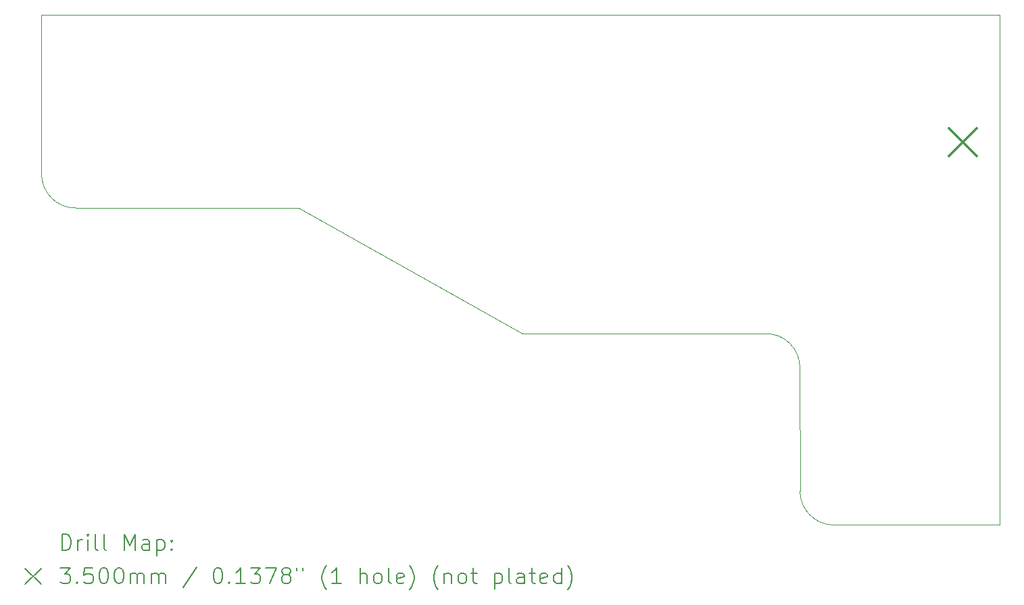
<source format=gbr>
%TF.GenerationSoftware,KiCad,Pcbnew,7.0.5*%
%TF.CreationDate,2023-07-07T19:02:23+02:00*%
%TF.ProjectId,Processor_Board,50726f63-6573-4736-9f72-5f426f617264,rev?*%
%TF.SameCoordinates,Original*%
%TF.FileFunction,Drillmap*%
%TF.FilePolarity,Positive*%
%FSLAX45Y45*%
G04 Gerber Fmt 4.5, Leading zero omitted, Abs format (unit mm)*
G04 Created by KiCad (PCBNEW 7.0.5) date 2023-07-07 19:02:23*
%MOMM*%
%LPD*%
G01*
G04 APERTURE LIST*
%ADD10C,0.100000*%
%ADD11C,0.200000*%
%ADD12C,0.350000*%
G04 APERTURE END LIST*
D10*
X4000000Y-15000000D02*
G75*
G03*
X4425000Y-15425000I425000J0D01*
G01*
X13499480Y-17425520D02*
G75*
G03*
X13074480Y-17000520I-425000J0D01*
G01*
X13500000Y-18975000D02*
G75*
G03*
X13925000Y-19400000I425000J0D01*
G01*
X4000000Y-13003800D02*
X4000000Y-15000000D01*
X16000000Y-13003800D02*
X4000000Y-13003800D01*
X16000000Y-19400000D02*
X16000000Y-13003800D01*
X13925000Y-19400000D02*
X16000000Y-19400000D01*
X13499480Y-17425520D02*
X13500000Y-18975000D01*
X10025000Y-17000000D02*
X13074480Y-17000520D01*
X7225000Y-15425000D02*
X10025000Y-17000000D01*
X4425000Y-15425000D02*
X7225000Y-15425000D01*
D11*
D12*
X15368000Y-14425000D02*
X15718000Y-14775000D01*
X15718000Y-14425000D02*
X15368000Y-14775000D01*
D11*
X4255777Y-19716484D02*
X4255777Y-19516484D01*
X4255777Y-19516484D02*
X4303396Y-19516484D01*
X4303396Y-19516484D02*
X4331967Y-19526008D01*
X4331967Y-19526008D02*
X4351015Y-19545055D01*
X4351015Y-19545055D02*
X4360539Y-19564103D01*
X4360539Y-19564103D02*
X4370063Y-19602198D01*
X4370063Y-19602198D02*
X4370063Y-19630770D01*
X4370063Y-19630770D02*
X4360539Y-19668865D01*
X4360539Y-19668865D02*
X4351015Y-19687912D01*
X4351015Y-19687912D02*
X4331967Y-19706960D01*
X4331967Y-19706960D02*
X4303396Y-19716484D01*
X4303396Y-19716484D02*
X4255777Y-19716484D01*
X4455777Y-19716484D02*
X4455777Y-19583150D01*
X4455777Y-19621246D02*
X4465301Y-19602198D01*
X4465301Y-19602198D02*
X4474824Y-19592674D01*
X4474824Y-19592674D02*
X4493872Y-19583150D01*
X4493872Y-19583150D02*
X4512920Y-19583150D01*
X4579586Y-19716484D02*
X4579586Y-19583150D01*
X4579586Y-19516484D02*
X4570063Y-19526008D01*
X4570063Y-19526008D02*
X4579586Y-19535531D01*
X4579586Y-19535531D02*
X4589110Y-19526008D01*
X4589110Y-19526008D02*
X4579586Y-19516484D01*
X4579586Y-19516484D02*
X4579586Y-19535531D01*
X4703396Y-19716484D02*
X4684348Y-19706960D01*
X4684348Y-19706960D02*
X4674824Y-19687912D01*
X4674824Y-19687912D02*
X4674824Y-19516484D01*
X4808158Y-19716484D02*
X4789110Y-19706960D01*
X4789110Y-19706960D02*
X4779586Y-19687912D01*
X4779586Y-19687912D02*
X4779586Y-19516484D01*
X5036729Y-19716484D02*
X5036729Y-19516484D01*
X5036729Y-19516484D02*
X5103396Y-19659341D01*
X5103396Y-19659341D02*
X5170063Y-19516484D01*
X5170063Y-19516484D02*
X5170063Y-19716484D01*
X5351015Y-19716484D02*
X5351015Y-19611722D01*
X5351015Y-19611722D02*
X5341491Y-19592674D01*
X5341491Y-19592674D02*
X5322444Y-19583150D01*
X5322444Y-19583150D02*
X5284348Y-19583150D01*
X5284348Y-19583150D02*
X5265301Y-19592674D01*
X5351015Y-19706960D02*
X5331967Y-19716484D01*
X5331967Y-19716484D02*
X5284348Y-19716484D01*
X5284348Y-19716484D02*
X5265301Y-19706960D01*
X5265301Y-19706960D02*
X5255777Y-19687912D01*
X5255777Y-19687912D02*
X5255777Y-19668865D01*
X5255777Y-19668865D02*
X5265301Y-19649817D01*
X5265301Y-19649817D02*
X5284348Y-19640293D01*
X5284348Y-19640293D02*
X5331967Y-19640293D01*
X5331967Y-19640293D02*
X5351015Y-19630770D01*
X5446253Y-19583150D02*
X5446253Y-19783150D01*
X5446253Y-19592674D02*
X5465301Y-19583150D01*
X5465301Y-19583150D02*
X5503396Y-19583150D01*
X5503396Y-19583150D02*
X5522444Y-19592674D01*
X5522444Y-19592674D02*
X5531967Y-19602198D01*
X5531967Y-19602198D02*
X5541491Y-19621246D01*
X5541491Y-19621246D02*
X5541491Y-19678389D01*
X5541491Y-19678389D02*
X5531967Y-19697436D01*
X5531967Y-19697436D02*
X5522444Y-19706960D01*
X5522444Y-19706960D02*
X5503396Y-19716484D01*
X5503396Y-19716484D02*
X5465301Y-19716484D01*
X5465301Y-19716484D02*
X5446253Y-19706960D01*
X5627205Y-19697436D02*
X5636729Y-19706960D01*
X5636729Y-19706960D02*
X5627205Y-19716484D01*
X5627205Y-19716484D02*
X5617682Y-19706960D01*
X5617682Y-19706960D02*
X5627205Y-19697436D01*
X5627205Y-19697436D02*
X5627205Y-19716484D01*
X5627205Y-19592674D02*
X5636729Y-19602198D01*
X5636729Y-19602198D02*
X5627205Y-19611722D01*
X5627205Y-19611722D02*
X5617682Y-19602198D01*
X5617682Y-19602198D02*
X5627205Y-19592674D01*
X5627205Y-19592674D02*
X5627205Y-19611722D01*
X3795000Y-19945000D02*
X3995000Y-20145000D01*
X3995000Y-19945000D02*
X3795000Y-20145000D01*
X4236729Y-19936484D02*
X4360539Y-19936484D01*
X4360539Y-19936484D02*
X4293872Y-20012674D01*
X4293872Y-20012674D02*
X4322444Y-20012674D01*
X4322444Y-20012674D02*
X4341491Y-20022198D01*
X4341491Y-20022198D02*
X4351015Y-20031722D01*
X4351015Y-20031722D02*
X4360539Y-20050770D01*
X4360539Y-20050770D02*
X4360539Y-20098389D01*
X4360539Y-20098389D02*
X4351015Y-20117436D01*
X4351015Y-20117436D02*
X4341491Y-20126960D01*
X4341491Y-20126960D02*
X4322444Y-20136484D01*
X4322444Y-20136484D02*
X4265301Y-20136484D01*
X4265301Y-20136484D02*
X4246253Y-20126960D01*
X4246253Y-20126960D02*
X4236729Y-20117436D01*
X4446253Y-20117436D02*
X4455777Y-20126960D01*
X4455777Y-20126960D02*
X4446253Y-20136484D01*
X4446253Y-20136484D02*
X4436729Y-20126960D01*
X4436729Y-20126960D02*
X4446253Y-20117436D01*
X4446253Y-20117436D02*
X4446253Y-20136484D01*
X4636729Y-19936484D02*
X4541491Y-19936484D01*
X4541491Y-19936484D02*
X4531967Y-20031722D01*
X4531967Y-20031722D02*
X4541491Y-20022198D01*
X4541491Y-20022198D02*
X4560539Y-20012674D01*
X4560539Y-20012674D02*
X4608158Y-20012674D01*
X4608158Y-20012674D02*
X4627205Y-20022198D01*
X4627205Y-20022198D02*
X4636729Y-20031722D01*
X4636729Y-20031722D02*
X4646253Y-20050770D01*
X4646253Y-20050770D02*
X4646253Y-20098389D01*
X4646253Y-20098389D02*
X4636729Y-20117436D01*
X4636729Y-20117436D02*
X4627205Y-20126960D01*
X4627205Y-20126960D02*
X4608158Y-20136484D01*
X4608158Y-20136484D02*
X4560539Y-20136484D01*
X4560539Y-20136484D02*
X4541491Y-20126960D01*
X4541491Y-20126960D02*
X4531967Y-20117436D01*
X4770063Y-19936484D02*
X4789110Y-19936484D01*
X4789110Y-19936484D02*
X4808158Y-19946008D01*
X4808158Y-19946008D02*
X4817682Y-19955531D01*
X4817682Y-19955531D02*
X4827205Y-19974579D01*
X4827205Y-19974579D02*
X4836729Y-20012674D01*
X4836729Y-20012674D02*
X4836729Y-20060293D01*
X4836729Y-20060293D02*
X4827205Y-20098389D01*
X4827205Y-20098389D02*
X4817682Y-20117436D01*
X4817682Y-20117436D02*
X4808158Y-20126960D01*
X4808158Y-20126960D02*
X4789110Y-20136484D01*
X4789110Y-20136484D02*
X4770063Y-20136484D01*
X4770063Y-20136484D02*
X4751015Y-20126960D01*
X4751015Y-20126960D02*
X4741491Y-20117436D01*
X4741491Y-20117436D02*
X4731967Y-20098389D01*
X4731967Y-20098389D02*
X4722444Y-20060293D01*
X4722444Y-20060293D02*
X4722444Y-20012674D01*
X4722444Y-20012674D02*
X4731967Y-19974579D01*
X4731967Y-19974579D02*
X4741491Y-19955531D01*
X4741491Y-19955531D02*
X4751015Y-19946008D01*
X4751015Y-19946008D02*
X4770063Y-19936484D01*
X4960539Y-19936484D02*
X4979586Y-19936484D01*
X4979586Y-19936484D02*
X4998634Y-19946008D01*
X4998634Y-19946008D02*
X5008158Y-19955531D01*
X5008158Y-19955531D02*
X5017682Y-19974579D01*
X5017682Y-19974579D02*
X5027205Y-20012674D01*
X5027205Y-20012674D02*
X5027205Y-20060293D01*
X5027205Y-20060293D02*
X5017682Y-20098389D01*
X5017682Y-20098389D02*
X5008158Y-20117436D01*
X5008158Y-20117436D02*
X4998634Y-20126960D01*
X4998634Y-20126960D02*
X4979586Y-20136484D01*
X4979586Y-20136484D02*
X4960539Y-20136484D01*
X4960539Y-20136484D02*
X4941491Y-20126960D01*
X4941491Y-20126960D02*
X4931967Y-20117436D01*
X4931967Y-20117436D02*
X4922444Y-20098389D01*
X4922444Y-20098389D02*
X4912920Y-20060293D01*
X4912920Y-20060293D02*
X4912920Y-20012674D01*
X4912920Y-20012674D02*
X4922444Y-19974579D01*
X4922444Y-19974579D02*
X4931967Y-19955531D01*
X4931967Y-19955531D02*
X4941491Y-19946008D01*
X4941491Y-19946008D02*
X4960539Y-19936484D01*
X5112920Y-20136484D02*
X5112920Y-20003150D01*
X5112920Y-20022198D02*
X5122444Y-20012674D01*
X5122444Y-20012674D02*
X5141491Y-20003150D01*
X5141491Y-20003150D02*
X5170063Y-20003150D01*
X5170063Y-20003150D02*
X5189110Y-20012674D01*
X5189110Y-20012674D02*
X5198634Y-20031722D01*
X5198634Y-20031722D02*
X5198634Y-20136484D01*
X5198634Y-20031722D02*
X5208158Y-20012674D01*
X5208158Y-20012674D02*
X5227205Y-20003150D01*
X5227205Y-20003150D02*
X5255777Y-20003150D01*
X5255777Y-20003150D02*
X5274825Y-20012674D01*
X5274825Y-20012674D02*
X5284348Y-20031722D01*
X5284348Y-20031722D02*
X5284348Y-20136484D01*
X5379586Y-20136484D02*
X5379586Y-20003150D01*
X5379586Y-20022198D02*
X5389110Y-20012674D01*
X5389110Y-20012674D02*
X5408158Y-20003150D01*
X5408158Y-20003150D02*
X5436729Y-20003150D01*
X5436729Y-20003150D02*
X5455777Y-20012674D01*
X5455777Y-20012674D02*
X5465301Y-20031722D01*
X5465301Y-20031722D02*
X5465301Y-20136484D01*
X5465301Y-20031722D02*
X5474825Y-20012674D01*
X5474825Y-20012674D02*
X5493872Y-20003150D01*
X5493872Y-20003150D02*
X5522444Y-20003150D01*
X5522444Y-20003150D02*
X5541491Y-20012674D01*
X5541491Y-20012674D02*
X5551015Y-20031722D01*
X5551015Y-20031722D02*
X5551015Y-20136484D01*
X5941491Y-19926960D02*
X5770063Y-20184103D01*
X6198634Y-19936484D02*
X6217682Y-19936484D01*
X6217682Y-19936484D02*
X6236729Y-19946008D01*
X6236729Y-19946008D02*
X6246253Y-19955531D01*
X6246253Y-19955531D02*
X6255777Y-19974579D01*
X6255777Y-19974579D02*
X6265301Y-20012674D01*
X6265301Y-20012674D02*
X6265301Y-20060293D01*
X6265301Y-20060293D02*
X6255777Y-20098389D01*
X6255777Y-20098389D02*
X6246253Y-20117436D01*
X6246253Y-20117436D02*
X6236729Y-20126960D01*
X6236729Y-20126960D02*
X6217682Y-20136484D01*
X6217682Y-20136484D02*
X6198634Y-20136484D01*
X6198634Y-20136484D02*
X6179586Y-20126960D01*
X6179586Y-20126960D02*
X6170063Y-20117436D01*
X6170063Y-20117436D02*
X6160539Y-20098389D01*
X6160539Y-20098389D02*
X6151015Y-20060293D01*
X6151015Y-20060293D02*
X6151015Y-20012674D01*
X6151015Y-20012674D02*
X6160539Y-19974579D01*
X6160539Y-19974579D02*
X6170063Y-19955531D01*
X6170063Y-19955531D02*
X6179586Y-19946008D01*
X6179586Y-19946008D02*
X6198634Y-19936484D01*
X6351015Y-20117436D02*
X6360539Y-20126960D01*
X6360539Y-20126960D02*
X6351015Y-20136484D01*
X6351015Y-20136484D02*
X6341491Y-20126960D01*
X6341491Y-20126960D02*
X6351015Y-20117436D01*
X6351015Y-20117436D02*
X6351015Y-20136484D01*
X6551015Y-20136484D02*
X6436729Y-20136484D01*
X6493872Y-20136484D02*
X6493872Y-19936484D01*
X6493872Y-19936484D02*
X6474825Y-19965055D01*
X6474825Y-19965055D02*
X6455777Y-19984103D01*
X6455777Y-19984103D02*
X6436729Y-19993627D01*
X6617682Y-19936484D02*
X6741491Y-19936484D01*
X6741491Y-19936484D02*
X6674825Y-20012674D01*
X6674825Y-20012674D02*
X6703396Y-20012674D01*
X6703396Y-20012674D02*
X6722444Y-20022198D01*
X6722444Y-20022198D02*
X6731967Y-20031722D01*
X6731967Y-20031722D02*
X6741491Y-20050770D01*
X6741491Y-20050770D02*
X6741491Y-20098389D01*
X6741491Y-20098389D02*
X6731967Y-20117436D01*
X6731967Y-20117436D02*
X6722444Y-20126960D01*
X6722444Y-20126960D02*
X6703396Y-20136484D01*
X6703396Y-20136484D02*
X6646253Y-20136484D01*
X6646253Y-20136484D02*
X6627206Y-20126960D01*
X6627206Y-20126960D02*
X6617682Y-20117436D01*
X6808158Y-19936484D02*
X6941491Y-19936484D01*
X6941491Y-19936484D02*
X6855777Y-20136484D01*
X7046253Y-20022198D02*
X7027206Y-20012674D01*
X7027206Y-20012674D02*
X7017682Y-20003150D01*
X7017682Y-20003150D02*
X7008158Y-19984103D01*
X7008158Y-19984103D02*
X7008158Y-19974579D01*
X7008158Y-19974579D02*
X7017682Y-19955531D01*
X7017682Y-19955531D02*
X7027206Y-19946008D01*
X7027206Y-19946008D02*
X7046253Y-19936484D01*
X7046253Y-19936484D02*
X7084348Y-19936484D01*
X7084348Y-19936484D02*
X7103396Y-19946008D01*
X7103396Y-19946008D02*
X7112920Y-19955531D01*
X7112920Y-19955531D02*
X7122444Y-19974579D01*
X7122444Y-19974579D02*
X7122444Y-19984103D01*
X7122444Y-19984103D02*
X7112920Y-20003150D01*
X7112920Y-20003150D02*
X7103396Y-20012674D01*
X7103396Y-20012674D02*
X7084348Y-20022198D01*
X7084348Y-20022198D02*
X7046253Y-20022198D01*
X7046253Y-20022198D02*
X7027206Y-20031722D01*
X7027206Y-20031722D02*
X7017682Y-20041246D01*
X7017682Y-20041246D02*
X7008158Y-20060293D01*
X7008158Y-20060293D02*
X7008158Y-20098389D01*
X7008158Y-20098389D02*
X7017682Y-20117436D01*
X7017682Y-20117436D02*
X7027206Y-20126960D01*
X7027206Y-20126960D02*
X7046253Y-20136484D01*
X7046253Y-20136484D02*
X7084348Y-20136484D01*
X7084348Y-20136484D02*
X7103396Y-20126960D01*
X7103396Y-20126960D02*
X7112920Y-20117436D01*
X7112920Y-20117436D02*
X7122444Y-20098389D01*
X7122444Y-20098389D02*
X7122444Y-20060293D01*
X7122444Y-20060293D02*
X7112920Y-20041246D01*
X7112920Y-20041246D02*
X7103396Y-20031722D01*
X7103396Y-20031722D02*
X7084348Y-20022198D01*
X7198634Y-19936484D02*
X7198634Y-19974579D01*
X7274825Y-19936484D02*
X7274825Y-19974579D01*
X7570063Y-20212674D02*
X7560539Y-20203150D01*
X7560539Y-20203150D02*
X7541491Y-20174579D01*
X7541491Y-20174579D02*
X7531968Y-20155531D01*
X7531968Y-20155531D02*
X7522444Y-20126960D01*
X7522444Y-20126960D02*
X7512920Y-20079341D01*
X7512920Y-20079341D02*
X7512920Y-20041246D01*
X7512920Y-20041246D02*
X7522444Y-19993627D01*
X7522444Y-19993627D02*
X7531968Y-19965055D01*
X7531968Y-19965055D02*
X7541491Y-19946008D01*
X7541491Y-19946008D02*
X7560539Y-19917436D01*
X7560539Y-19917436D02*
X7570063Y-19907912D01*
X7751015Y-20136484D02*
X7636729Y-20136484D01*
X7693872Y-20136484D02*
X7693872Y-19936484D01*
X7693872Y-19936484D02*
X7674825Y-19965055D01*
X7674825Y-19965055D02*
X7655777Y-19984103D01*
X7655777Y-19984103D02*
X7636729Y-19993627D01*
X7989110Y-20136484D02*
X7989110Y-19936484D01*
X8074825Y-20136484D02*
X8074825Y-20031722D01*
X8074825Y-20031722D02*
X8065301Y-20012674D01*
X8065301Y-20012674D02*
X8046253Y-20003150D01*
X8046253Y-20003150D02*
X8017682Y-20003150D01*
X8017682Y-20003150D02*
X7998634Y-20012674D01*
X7998634Y-20012674D02*
X7989110Y-20022198D01*
X8198634Y-20136484D02*
X8179587Y-20126960D01*
X8179587Y-20126960D02*
X8170063Y-20117436D01*
X8170063Y-20117436D02*
X8160539Y-20098389D01*
X8160539Y-20098389D02*
X8160539Y-20041246D01*
X8160539Y-20041246D02*
X8170063Y-20022198D01*
X8170063Y-20022198D02*
X8179587Y-20012674D01*
X8179587Y-20012674D02*
X8198634Y-20003150D01*
X8198634Y-20003150D02*
X8227206Y-20003150D01*
X8227206Y-20003150D02*
X8246253Y-20012674D01*
X8246253Y-20012674D02*
X8255777Y-20022198D01*
X8255777Y-20022198D02*
X8265301Y-20041246D01*
X8265301Y-20041246D02*
X8265301Y-20098389D01*
X8265301Y-20098389D02*
X8255777Y-20117436D01*
X8255777Y-20117436D02*
X8246253Y-20126960D01*
X8246253Y-20126960D02*
X8227206Y-20136484D01*
X8227206Y-20136484D02*
X8198634Y-20136484D01*
X8379587Y-20136484D02*
X8360539Y-20126960D01*
X8360539Y-20126960D02*
X8351015Y-20107912D01*
X8351015Y-20107912D02*
X8351015Y-19936484D01*
X8531968Y-20126960D02*
X8512920Y-20136484D01*
X8512920Y-20136484D02*
X8474825Y-20136484D01*
X8474825Y-20136484D02*
X8455777Y-20126960D01*
X8455777Y-20126960D02*
X8446253Y-20107912D01*
X8446253Y-20107912D02*
X8446253Y-20031722D01*
X8446253Y-20031722D02*
X8455777Y-20012674D01*
X8455777Y-20012674D02*
X8474825Y-20003150D01*
X8474825Y-20003150D02*
X8512920Y-20003150D01*
X8512920Y-20003150D02*
X8531968Y-20012674D01*
X8531968Y-20012674D02*
X8541492Y-20031722D01*
X8541492Y-20031722D02*
X8541492Y-20050770D01*
X8541492Y-20050770D02*
X8446253Y-20069817D01*
X8608158Y-20212674D02*
X8617682Y-20203150D01*
X8617682Y-20203150D02*
X8636730Y-20174579D01*
X8636730Y-20174579D02*
X8646253Y-20155531D01*
X8646253Y-20155531D02*
X8655777Y-20126960D01*
X8655777Y-20126960D02*
X8665301Y-20079341D01*
X8665301Y-20079341D02*
X8665301Y-20041246D01*
X8665301Y-20041246D02*
X8655777Y-19993627D01*
X8655777Y-19993627D02*
X8646253Y-19965055D01*
X8646253Y-19965055D02*
X8636730Y-19946008D01*
X8636730Y-19946008D02*
X8617682Y-19917436D01*
X8617682Y-19917436D02*
X8608158Y-19907912D01*
X8970063Y-20212674D02*
X8960539Y-20203150D01*
X8960539Y-20203150D02*
X8941492Y-20174579D01*
X8941492Y-20174579D02*
X8931968Y-20155531D01*
X8931968Y-20155531D02*
X8922444Y-20126960D01*
X8922444Y-20126960D02*
X8912920Y-20079341D01*
X8912920Y-20079341D02*
X8912920Y-20041246D01*
X8912920Y-20041246D02*
X8922444Y-19993627D01*
X8922444Y-19993627D02*
X8931968Y-19965055D01*
X8931968Y-19965055D02*
X8941492Y-19946008D01*
X8941492Y-19946008D02*
X8960539Y-19917436D01*
X8960539Y-19917436D02*
X8970063Y-19907912D01*
X9046253Y-20003150D02*
X9046253Y-20136484D01*
X9046253Y-20022198D02*
X9055777Y-20012674D01*
X9055777Y-20012674D02*
X9074825Y-20003150D01*
X9074825Y-20003150D02*
X9103396Y-20003150D01*
X9103396Y-20003150D02*
X9122444Y-20012674D01*
X9122444Y-20012674D02*
X9131968Y-20031722D01*
X9131968Y-20031722D02*
X9131968Y-20136484D01*
X9255777Y-20136484D02*
X9236730Y-20126960D01*
X9236730Y-20126960D02*
X9227206Y-20117436D01*
X9227206Y-20117436D02*
X9217682Y-20098389D01*
X9217682Y-20098389D02*
X9217682Y-20041246D01*
X9217682Y-20041246D02*
X9227206Y-20022198D01*
X9227206Y-20022198D02*
X9236730Y-20012674D01*
X9236730Y-20012674D02*
X9255777Y-20003150D01*
X9255777Y-20003150D02*
X9284349Y-20003150D01*
X9284349Y-20003150D02*
X9303396Y-20012674D01*
X9303396Y-20012674D02*
X9312920Y-20022198D01*
X9312920Y-20022198D02*
X9322444Y-20041246D01*
X9322444Y-20041246D02*
X9322444Y-20098389D01*
X9322444Y-20098389D02*
X9312920Y-20117436D01*
X9312920Y-20117436D02*
X9303396Y-20126960D01*
X9303396Y-20126960D02*
X9284349Y-20136484D01*
X9284349Y-20136484D02*
X9255777Y-20136484D01*
X9379587Y-20003150D02*
X9455777Y-20003150D01*
X9408158Y-19936484D02*
X9408158Y-20107912D01*
X9408158Y-20107912D02*
X9417682Y-20126960D01*
X9417682Y-20126960D02*
X9436730Y-20136484D01*
X9436730Y-20136484D02*
X9455777Y-20136484D01*
X9674825Y-20003150D02*
X9674825Y-20203150D01*
X9674825Y-20012674D02*
X9693873Y-20003150D01*
X9693873Y-20003150D02*
X9731968Y-20003150D01*
X9731968Y-20003150D02*
X9751015Y-20012674D01*
X9751015Y-20012674D02*
X9760539Y-20022198D01*
X9760539Y-20022198D02*
X9770063Y-20041246D01*
X9770063Y-20041246D02*
X9770063Y-20098389D01*
X9770063Y-20098389D02*
X9760539Y-20117436D01*
X9760539Y-20117436D02*
X9751015Y-20126960D01*
X9751015Y-20126960D02*
X9731968Y-20136484D01*
X9731968Y-20136484D02*
X9693873Y-20136484D01*
X9693873Y-20136484D02*
X9674825Y-20126960D01*
X9884349Y-20136484D02*
X9865301Y-20126960D01*
X9865301Y-20126960D02*
X9855777Y-20107912D01*
X9855777Y-20107912D02*
X9855777Y-19936484D01*
X10046254Y-20136484D02*
X10046254Y-20031722D01*
X10046254Y-20031722D02*
X10036730Y-20012674D01*
X10036730Y-20012674D02*
X10017682Y-20003150D01*
X10017682Y-20003150D02*
X9979587Y-20003150D01*
X9979587Y-20003150D02*
X9960539Y-20012674D01*
X10046254Y-20126960D02*
X10027206Y-20136484D01*
X10027206Y-20136484D02*
X9979587Y-20136484D01*
X9979587Y-20136484D02*
X9960539Y-20126960D01*
X9960539Y-20126960D02*
X9951015Y-20107912D01*
X9951015Y-20107912D02*
X9951015Y-20088865D01*
X9951015Y-20088865D02*
X9960539Y-20069817D01*
X9960539Y-20069817D02*
X9979587Y-20060293D01*
X9979587Y-20060293D02*
X10027206Y-20060293D01*
X10027206Y-20060293D02*
X10046254Y-20050770D01*
X10112920Y-20003150D02*
X10189111Y-20003150D01*
X10141492Y-19936484D02*
X10141492Y-20107912D01*
X10141492Y-20107912D02*
X10151015Y-20126960D01*
X10151015Y-20126960D02*
X10170063Y-20136484D01*
X10170063Y-20136484D02*
X10189111Y-20136484D01*
X10331968Y-20126960D02*
X10312920Y-20136484D01*
X10312920Y-20136484D02*
X10274825Y-20136484D01*
X10274825Y-20136484D02*
X10255777Y-20126960D01*
X10255777Y-20126960D02*
X10246254Y-20107912D01*
X10246254Y-20107912D02*
X10246254Y-20031722D01*
X10246254Y-20031722D02*
X10255777Y-20012674D01*
X10255777Y-20012674D02*
X10274825Y-20003150D01*
X10274825Y-20003150D02*
X10312920Y-20003150D01*
X10312920Y-20003150D02*
X10331968Y-20012674D01*
X10331968Y-20012674D02*
X10341492Y-20031722D01*
X10341492Y-20031722D02*
X10341492Y-20050770D01*
X10341492Y-20050770D02*
X10246254Y-20069817D01*
X10512920Y-20136484D02*
X10512920Y-19936484D01*
X10512920Y-20126960D02*
X10493873Y-20136484D01*
X10493873Y-20136484D02*
X10455777Y-20136484D01*
X10455777Y-20136484D02*
X10436730Y-20126960D01*
X10436730Y-20126960D02*
X10427206Y-20117436D01*
X10427206Y-20117436D02*
X10417682Y-20098389D01*
X10417682Y-20098389D02*
X10417682Y-20041246D01*
X10417682Y-20041246D02*
X10427206Y-20022198D01*
X10427206Y-20022198D02*
X10436730Y-20012674D01*
X10436730Y-20012674D02*
X10455777Y-20003150D01*
X10455777Y-20003150D02*
X10493873Y-20003150D01*
X10493873Y-20003150D02*
X10512920Y-20012674D01*
X10589111Y-20212674D02*
X10598635Y-20203150D01*
X10598635Y-20203150D02*
X10617682Y-20174579D01*
X10617682Y-20174579D02*
X10627206Y-20155531D01*
X10627206Y-20155531D02*
X10636730Y-20126960D01*
X10636730Y-20126960D02*
X10646254Y-20079341D01*
X10646254Y-20079341D02*
X10646254Y-20041246D01*
X10646254Y-20041246D02*
X10636730Y-19993627D01*
X10636730Y-19993627D02*
X10627206Y-19965055D01*
X10627206Y-19965055D02*
X10617682Y-19946008D01*
X10617682Y-19946008D02*
X10598635Y-19917436D01*
X10598635Y-19917436D02*
X10589111Y-19907912D01*
M02*

</source>
